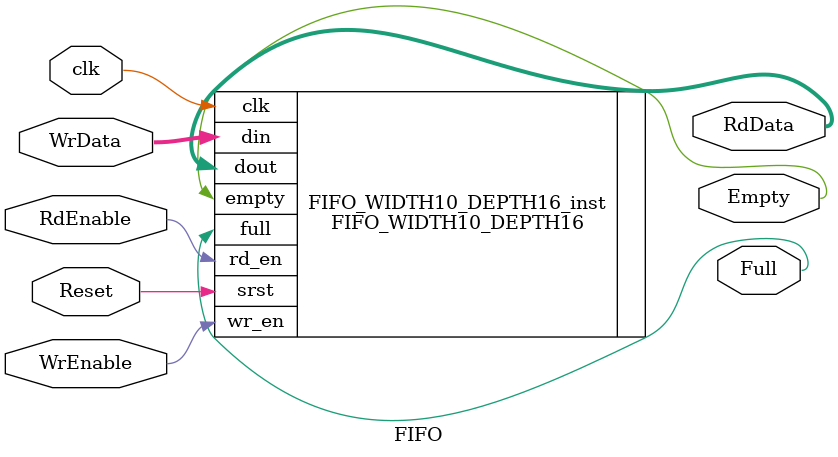
<source format=v>


  ////////////////////////////////////
  //     FIFO_WIDTH10_DEPTH16      //
  //////////////////////////////////

`timescale 1ns / 100ps

module FIFO #(parameter integer WIDTH=10 )(

   // clock and reset
   input  wire clk,                // assume on-board 100 MHz clock
   input  wire Reset,              // synchronous reset, active-high

   // write section
   input  wire WrEnable,           // write-enable
   input  wire [WIDTH-1:0] WrData, // input data

   // read section
   input  wire RdEnable,           // read-enable
   output wire [WIDTH-1:0] RdData, // output data

   // diagnostics
   output wire Full, Empty         // status flags

   ) ;



  
   
   

   //////////////////////////////////
   //   FIFO IP (FIFO Generator)  //
   ////////////////////////////////

   // **NOTE: the actual FIFO implementation is placed in ../cores/FIFO_WIDTH8_DEPTH32/FIFO_WIDTH8_DEPTH32_sim_netlist.v

   FIFO_WIDTH10_DEPTH16   FIFO_WIDTH10_DEPTH16_inst (

      .clk    (                   clk ),
      .srst   (                 Reset ),
      .din    (     WrData[WIDTH-1:0] ),
      .wr_en  (              WrEnable ),
      .rd_en  (              RdEnable ),
      .dout   (     RdData[WIDTH-1:0] ),
      .full   (                  Full ),
      .empty  (                 Empty )

      ) ;

endmodule

</source>
